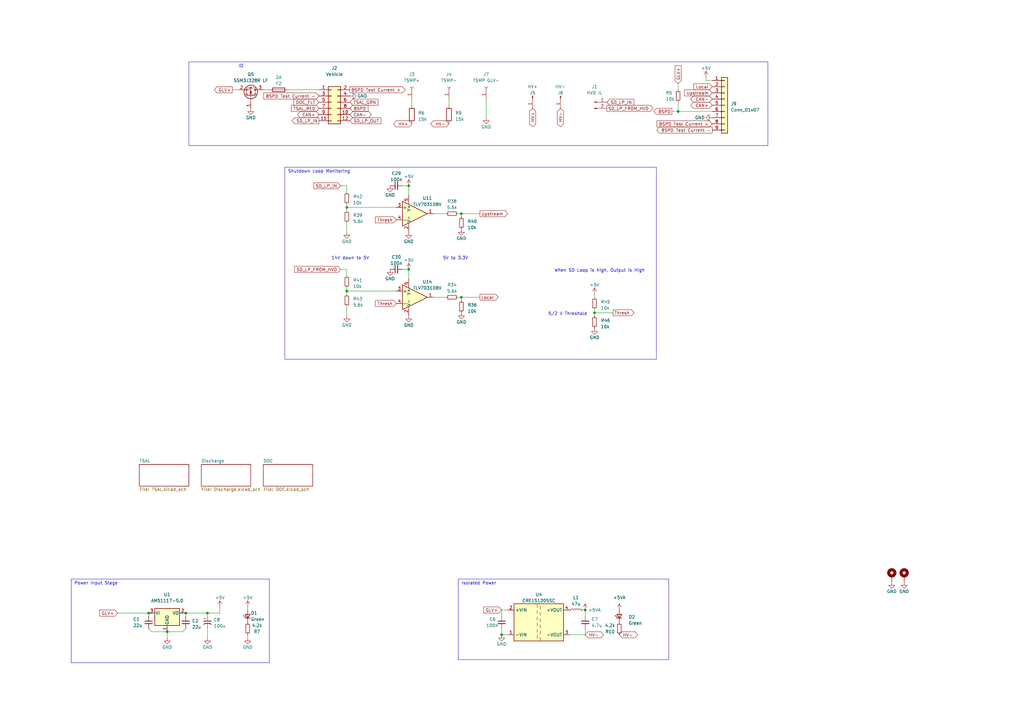
<source format=kicad_sch>
(kicad_sch (version 20230121) (generator eeschema)
  (paper "A3")
  (title_block (title "UCM23 Discharge & TSAL") (date "2023-06-26") (rev "V1.0") (company "Niko Smith"))
  (lib_symbols
    (symbol "Comparator:TLV7031DBV" (pin_names (offset 0.127))
      (property "Reference" "U" (at -1.27 6.35 0))
      (property "Value" "TLV7031DBV" (at -1.27 3.81 0))
      (symbol "TLV7031DBV_0_1"
        (polyline (pts (xy -5.08 5.08) (xy 5.08 0) (xy -5.08 -5.08) (xy -5.08 5.08)) (stroke (width 0.254)) (fill (type background)))
        (pin power_in line (at -2.54 -7.62 90) (length 3.81) (name "V-") (number "2"))
        (pin power_in line (at -2.54 7.62 270) (length 3.81) (name "V+") (number "5"))
      )
      (symbol "TLV7031DBV_1_1"
        (pin output line (at 7.62 0 180) (length 2.54) (name "~") (number "1"))
        (pin input line (at -7.62 2.54 0) (length 2.54) (name "+") (number "3"))
        (pin input line (at -7.62 -2.54 0) (length 2.54) (name "-") (number "4"))
      )
    )
    (symbol "Connector:Conn_01x01_Pin" (pin_names (offset 1.016) hide)
      (property "Reference" "J" (at 0 2.54 0))
      (property "Value" "Conn_01x01_Pin" (at 0 -2.54 0))
      (symbol "Conn_01x01_Pin_1_1"
        (polyline (pts (xy 1.27 0) (xy 0.8636 0)) (stroke (width 0.1524)))
        (rectangle (start 0.8636 0.127) (end 0 -0.127) (stroke (width 0.1524)) (fill (type outline)))
        (pin passive line (at 5.08 0 180) (length 3.81) (name "Pin_1") (number "1"))
      )
    )
    (symbol "Connector:Conn_01x01_Socket" (pin_names (offset 1.016) hide)
      (property "Reference" "J" (at 0 2.54 0))
      (property "Value" "Conn_01x01_Socket" (at 0 -2.54 0))
      (symbol "Conn_01x01_Socket_1_1"
        (polyline (pts (xy -1.27 0) (xy -0.508 0)) (stroke (width 0.1524)))
        (arc (start 0 0.508) (mid -0.5058 0) (end 0 -0.508) (stroke (width 0.1524)))
        (pin passive line (at -5.08 0 0) (length 3.81) (name "Pin_1") (number "1"))
      )
    )
    (symbol "Connector:Conn_01x02_Pin" (pin_names (offset 1.016) hide)
      (property "Reference" "J" (at 0 2.54 0))
      (property "Value" "Conn_01x02_Pin" (at 0 -5.08 0))
      (symbol "Conn_01x02_Pin_1_1"
        (polyline (pts (xy 1.27 -2.54) (xy 0.8636 -2.54)) (stroke (width 0.1524)))
        (polyline (pts (xy 1.27 0) (xy 0.8636 0)) (stroke (width 0.1524)))
        (rectangle (start 0.8636 -2.413) (end 0 -2.667) (stroke (width 0.1524)) (fill (type outline)))
        (rectangle (start 0.8636 0.127) (end 0 -0.127) (stroke (width 0.1524)) (fill (type outline)))
        (pin passive line (at 5.08 0 180) (length 3.81) (name "Pin_1") (number "1"))
        (pin passive line (at 5.08 -2.54 180) (length 3.81) (name "Pin_2") (number "2"))
      )
    )
    (symbol "Connector_Generic:Conn_01x09" (pin_names (offset 1.016) hide)
      (property "Reference" "J" (at 0 12.7 0))
      (property "Value" "Conn_01x09" (at 0 -12.7 0))
      (symbol "Conn_01x09_1_1"
        (rectangle (start -1.27 -10.033) (end 0 -10.287) (stroke (width 0.1524)))
        (rectangle (start -1.27 -7.493) (end 0 -7.747) (stroke (width 0.1524)))
        (rectangle (start -1.27 -4.953) (end 0 -5.207) (stroke (width 0.1524)))
        (rectangle (start -1.27 -2.413) (end 0 -2.667) (stroke (width 0.1524)))
        (rectangle (start -1.27 0.127) (end 0 -0.127) (stroke (width 0.1524)))
        (rectangle (start -1.27 2.667) (end 0 2.413) (stroke (width 0.1524)))
        (rectangle (start -1.27 5.207) (end 0 4.953) (stroke (width 0.1524)))
        (rectangle (start -1.27 7.747) (end 0 7.493) (stroke (width 0.1524)))
        (rectangle (start -1.27 10.287) (end 0 10.033) (stroke (width 0.1524)))
        (rectangle (start -1.27 11.43) (end 1.27 -11.43) (stroke (width 0.254)) (fill (type background)))
        (pin passive line (at -5.08 10.16 0) (length 3.81) (name "Pin_1") (number "1"))
        (pin passive line (at -5.08 7.62 0) (length 3.81) (name "Pin_2") (number "2"))
        (pin passive line (at -5.08 5.08 0) (length 3.81) (name "Pin_3") (number "3"))
        (pin passive line (at -5.08 2.54 0) (length 3.81) (name "Pin_4") (number "4"))
        (pin passive line (at -5.08 0 0) (length 3.81) (name "Pin_5") (number "5"))
        (pin passive line (at -5.08 -2.54 0) (length 3.81) (name "Pin_6") (number "6"))
        (pin passive line (at -5.08 -5.08 0) (length 3.81) (name "Pin_7") (number "7"))
        (pin passive line (at -5.08 -7.62 0) (length 3.81) (name "Pin_8") (number "8"))
        (pin passive line (at -5.08 -10.16 0) (length 3.81) (name "Pin_9") (number "9"))
      )
    )
    (symbol "Connector_Generic:Conn_02x06_Odd_Even" (pin_names (offset 1.016) hide)
      (property "Reference" "J" (at 1.27 7.62 0))
      (property "Value" "Conn_02x06_Odd_Even" (at 1.27 -10.16 0))
      (symbol "Conn_02x06_Odd_Even_1_1"
        (rectangle (start -1.27 -7.493) (end 0 -7.747) (stroke (width 0.1524)))
        (rectangle (start -1.27 -4.953) (end 0 -5.207) (stroke (width 0.1524)))
        (rectangle (start -1.27 -2.413) (end 0 -2.667) (stroke (width 0.1524)))
        (rectangle (start -1.27 0.127) (end 0 -0.127) (stroke (width 0.1524)))
        (rectangle (start -1.27 2.667) (end 0 2.413) (stroke (width 0.1524)))
        (rectangle (start -1.27 5.207) (end 0 4.953) (stroke (width 0.1524)))
        (rectangle (start -1.27 6.35) (end 3.81 -8.89) (stroke (width 0.254)) (fill (type background)))
        (rectangle (start 3.81 -7.493) (end 2.54 -7.747) (stroke (width 0.1524)))
        (rectangle (start 3.81 -4.953) (end 2.54 -5.207) (stroke (width 0.1524)))
        (rectangle (start 3.81 -2.413) (end 2.54 -2.667) (stroke (width 0.1524)))
        (rectangle (start 3.81 0.127) (end 2.54 -0.127) (stroke (width 0.1524)))
        (rectangle (start 3.81 2.667) (end 2.54 2.413) (stroke (width 0.1524)))
        (rectangle (start 3.81 5.207) (end 2.54 4.953) (stroke (width 0.1524)))
        (pin passive line (at -5.08 5.08 0) (length 3.81) (name "Pin_1") (number "1"))
        (pin passive line (at 7.62 -5.08 180) (length 3.81) (name "Pin_10") (number "10"))
        (pin passive line (at -5.08 -7.62 0) (length 3.81) (name "Pin_11") (number "11"))
        (pin passive line (at 7.62 -7.62 180) (length 3.81) (name "Pin_12") (number "12"))
        (pin passive line (at 7.62 5.08 180) (length 3.81) (name "Pin_2") (number "2"))
        (pin passive line (at -5.08 2.54 0) (length 3.81) (name "Pin_3") (number "3"))
        (pin passive line (at 7.62 2.54 180) (length 3.81) (name "Pin_4") (number "4"))
        (pin passive line (at -5.08 0 0) (length 3.81) (name "Pin_5") (number "5"))
        (pin passive line (at 7.62 0 180) (length 3.81) (name "Pin_6") (number "6"))
        (pin passive line (at -5.08 -2.54 0) (length 3.81) (name "Pin_7") (number "7"))
        (pin passive line (at 7.62 -2.54 180) (length 3.81) (name "Pin_8") (number "8"))
        (pin passive line (at -5.08 -5.08 0) (length 3.81) (name "Pin_9") (number "9"))
      )
    )
    (symbol "Device:C_Polarized_Small_US" (pin_numbers hide) (pin_names (offset 0.254) hide)
      (property "Reference" "C" (at 0.254 1.778 0))
      (property "Value" "C_Polarized_Small_US" (at 0.254 -2.032 0))
      (symbol "C_Polarized_Small_US_0_1"
        (polyline (pts (xy -1.524 0.508) (xy 1.524 0.508)) (stroke (width 0.3048)))
        (polyline (pts (xy -1.27 1.524) (xy -0.762 1.524)))
        (polyline (pts (xy -1.016 1.27) (xy -1.016 1.778)))
        (arc (start 1.524 -0.762) (mid 0 -0.3734) (end -1.524 -0.762) (stroke (width 0.3048)))
      )
      (symbol "C_Polarized_Small_US_1_1"
        (pin passive line (at 0 2.54 270) (length 2.032) (name "~") (number "1"))
        (pin passive line (at 0 -2.54 90) (length 2.032) (name "~") (number "2"))
      )
    )
    (symbol "Device:C_Small" (pin_numbers hide) (pin_names (offset 0.254) hide)
      (property "Reference" "C" (at 0.254 1.778 0))
      (property "Value" "C_Small" (at 0.254 -2.032 0))
      (symbol "C_Small_0_1"
        (polyline (pts (xy -1.524 -0.508) (xy 1.524 -0.508)) (stroke (width 0.3302)))
        (polyline (pts (xy -1.524 0.508) (xy 1.524 0.508)) (stroke (width 0.3048)))
      )
      (symbol "C_Small_1_1"
        (pin passive line (at 0 2.54 270) (length 2.032) (name "~") (number "1"))
        (pin passive line (at 0 -2.54 90) (length 2.032) (name "~") (number "2"))
      )
    )
    (symbol "Device:Fuse" (pin_numbers hide) (pin_names (offset 0))
      (property "Reference" "F" (at 2.032 0 90))
      (property "Value" "Fuse" (at -1.905 0 90))
      (symbol "Fuse_0_1"
        (rectangle (start -0.762 -2.54) (end 0.762 2.54) (stroke (width 0.254)))
        (polyline (pts (xy 0 2.54) (xy 0 -2.54)))
      )
      (symbol "Fuse_1_1"
        (pin passive line (at 0 3.81 270) (length 1.27) (name "~") (number "1"))
        (pin passive line (at 0 -3.81 90) (length 1.27) (name "~") (number "2"))
      )
    )
    (symbol "Device:LED_Small" (pin_numbers hide) (pin_names (offset 0.254) hide)
      (property "Reference" "D" (at -1.27 3.175 0))
      (property "Value" "LED_Small" (at -4.445 -2.54 0))
      (symbol "LED_Small_0_1"
        (polyline (pts (xy -0.762 -1.016) (xy -0.762 1.016)) (stroke (width 0.254)))
        (polyline (pts (xy 1.016 0) (xy -0.762 0)))
        (polyline (pts (xy 0.762 -1.016) (xy -0.762 0) (xy 0.762 1.016) (xy 0.762 -1.016)) (stroke (width 0.254)))
        (polyline (pts (xy 0 0.762) (xy -0.508 1.27) (xy -0.254 1.27) (xy -0.508 1.27) (xy -0.508 1.016)))
        (polyline (pts (xy 0.508 1.27) (xy 0 1.778) (xy 0.254 1.778) (xy 0 1.778) (xy 0 1.524)))
      )
      (symbol "LED_Small_1_1"
        (pin passive line (at -2.54 0 0) (length 1.778) (name "K") (number "1"))
        (pin passive line (at 2.54 0 180) (length 1.778) (name "A") (number "2"))
      )
    )
    (symbol "Device:L_Small" (pin_numbers hide) (pin_names (offset 0.254) hide)
      (property "Reference" "L" (at 0.762 1.016 0))
      (property "Value" "L_Small" (at 0.762 -1.016 0))
      (symbol "L_Small_0_1"
        (arc (start 0 -2.032) (mid 0.5058 -1.524) (end 0 -1.016))
        (arc (start 0 -1.016) (mid 0.5058 -0.508) (end 0 0))
        (arc (start 0 0) (mid 0.5058 0.508) (end 0 1.016))
        (arc (start 0 1.016) (mid 0.5058 1.524) (end 0 2.032))
      )
      (symbol "L_Small_1_1"
        (pin passive line (at 0 2.54 270) (length 0.508) (name "~") (number "1"))
        (pin passive line (at 0 -2.54 90) (length 0.508) (name "~") (number "2"))
      )
    )
    (symbol "Device:Q_PMOS_GSD" (pin_names (offset 0) hide)
      (property "Reference" "Q" (at 5.08 1.27 0))
      (property "Value" "Q_PMOS_GSD" (at 5.08 -1.27 0))
      (symbol "Q_PMOS_GSD_0_1"
        (polyline (pts (xy 0.254 0) (xy -2.54 0)))
        (polyline (pts (xy 0.254 1.905) (xy 0.254 -1.905)) (stroke (width 0.254)))
        (polyline (pts (xy 0.762 -1.27) (xy 0.762 -2.286)) (stroke (width 0.254)))
        (polyline (pts (xy 0.762 0.508) (xy 0.762 -0.508)) (stroke (width 0.254)))
        (polyline (pts (xy 0.762 2.286) (xy 0.762 1.27)) (stroke (width 0.254)))
        (polyline (pts (xy 2.54 2.54) (xy 2.54 1.778)))
        (polyline (pts (xy 2.54 -2.54) (xy 2.54 0) (xy 0.762 0)))
        (polyline (pts (xy 0.762 1.778) (xy 3.302 1.778) (xy 3.302 -1.778) (xy 0.762 -1.778)))
        (polyline (pts (xy 2.286 0) (xy 1.27 0.381) (xy 1.27 -0.381) (xy 2.286 0)) (fill (type outline)))
        (polyline (pts (xy 2.794 -0.508) (xy 2.921 -0.381) (xy 3.683 -0.381) (xy 3.81 -0.254)))
        (polyline (pts (xy 3.302 -0.381) (xy 2.921 0.254) (xy 3.683 0.254) (xy 3.302 -0.381)))
        (circle (center 1.651 0) (radius 2.794) (stroke (width 0.254)))
        (circle (center 2.54 -1.778) (radius 0.254) (fill (type outline)))
        (circle (center 2.54 1.778) (radius 0.254) (fill (type outline)))
      )
      (symbol "Q_PMOS_GSD_1_1"
        (pin input line (at -5.08 0 0) (length 2.54) (name "G") (number "1"))
        (pin passive line (at 2.54 -5.08 90) (length 2.54) (name "S") (number "2"))
        (pin passive line (at 2.54 5.08 270) (length 2.54) (name "D") (number "3"))
      )
    )
    (symbol "Device:R" (pin_numbers hide) (pin_names (offset 0))
      (property "Reference" "R" (at 2.032 0 90))
      (property "Value" "R" (at 0 0 90))
      (symbol "R_0_1"
        (rectangle (start -1.016 -2.54) (end 1.016 2.54) (stroke (width 0.254)))
      )
      (symbol "R_1_1"
        (pin passive line (at 0 3.81 270) (length 1.27) (name "~") (number "1"))
        (pin passive line (at 0 -3.81 90) (length 1.27) (name "~") (number "2"))
      )
    )
    (symbol "Device:R_Small" (pin_numbers hide) (pin_names (offset 0.254) hide)
      (property "Reference" "R" (at 0.762 0.508 0))
      (property "Value" "R_Small" (at 0.762 -1.016 0))
      (symbol "R_Small_0_1"
        (rectangle (start -0.762 1.778) (end 0.762 -1.778) (stroke (width 0.2032)))
      )
      (symbol "R_Small_1_1"
        (pin passive line (at 0 2.54 270) (length 0.762) (name "~") (number "1"))
        (pin passive line (at 0 -2.54 90) (length 0.762) (name "~") (number "2"))
      )
    )
    (symbol "Mechanical:MountingHole_Pad" (pin_numbers hide) (pin_names (offset 1.016) hide)
      (property "Reference" "H" (at 0 6.35 0))
      (property "Value" "MountingHole_Pad" (at 0 4.445 0))
      (symbol "MountingHole_Pad_0_1"
        (circle (center 0 1.27) (radius 1.27) (stroke (width 1.27)))
      )
      (symbol "MountingHole_Pad_1_1"
        (pin input line (at 0 -2.54 90) (length 2.54) (name "1") (number "1"))
      )
    )
    (symbol "Regulator_Linear:AMS1117-5.0" (pin_names (offset 0.254))
      (property "Reference" "U" (at -3.81 3.175 0))
      (property "Value" "AMS1117-5.0" (at 0 3.175 0))
      (symbol "AMS1117-5.0_0_1"
        (rectangle (start -5.08 -5.08) (end 5.08 1.905) (stroke (width 0.254)) (fill (type background)))
      )
      (symbol "AMS1117-5.0_1_1"
        (pin power_in line (at 0 -7.62 90) (length 2.54) (name "GND") (number "1"))
        (pin power_out line (at 7.62 0 180) (length 2.54) (name "VO") (number "2"))
        (pin power_in line (at -7.62 0 0) (length 2.54) (name "VI") (number "3"))
      )
    )
    (symbol "Regulator_Switching:CRE1S1205SC"
      (property "Reference" "U" (at -8.89 8.89 0))
      (property "Value" "CRE1S1205SC" (at 2.54 8.89 0))
      (symbol "CRE1S1205SC_0_1"
        (rectangle (start -10.16 7.62) (end 10.16 -7.62) (stroke (width 0.254)) (fill (type background)))
        (polyline (pts (xy -0.635 -5.334) (xy -0.635 -6.604)))
        (polyline (pts (xy -0.635 -2.794) (xy -0.635 -4.064)))
        (polyline (pts (xy -0.635 -0.254) (xy -0.635 -1.524)))
        (polyline (pts (xy -0.635 2.286) (xy -0.635 1.016)))
        (polyline (pts (xy -0.635 4.826) (xy -0.635 3.556)))
        (polyline (pts (xy -0.635 7.366) (xy -0.635 6.096)))
        (polyline (pts (xy 0.635 -7.366) (xy 0.635 -6.096)))
        (polyline (pts (xy 0.635 -4.826) (xy 0.635 -3.556)))
        (polyline (pts (xy 0.635 -2.286) (xy 0.635 -1.016)))
        (polyline (pts (xy 0.635 0.254) (xy 0.635 1.524)))
        (polyline (pts (xy 0.635 2.794) (xy 0.635 4.064)))
        (polyline (pts (xy 0.635 5.334) (xy 0.635 6.604)))
      )
      (symbol "CRE1S1205SC_1_1"
        (pin power_in line (at -12.7 -5.08 0) (length 2.54) (name "-VIN") (number "1"))
        (pin power_in line (at -12.7 5.08 0) (length 2.54) (name "+VIN") (number "2"))
        (pin power_out line (at 12.7 -5.08 180) (length 2.54) (name "-VOUT") (number "3"))
        (pin power_out line (at 12.7 5.08 180) (length 2.54) (name "+VOUT") (number "4"))
      )
    )
    (symbol "power:+5V" (power) (pin_names (offset 0))
      (property "Value" "+5V" (at 0 3.556 0))
      (symbol "+5V_0_1"
        (polyline (pts (xy -0.762 1.27) (xy 0 2.54)))
        (polyline (pts (xy 0 0) (xy 0 2.54)))
        (polyline (pts (xy 0 2.54) (xy 0.762 1.27)))
      )
      (symbol "+5V_1_1"
        (pin power_in line (at 0 0 90) (length 0) hide (name "+5V") (number "1"))
      )
    )
    (symbol "power:+5VA" (power) (pin_names (offset 0))
      (property "Value" "+5VA" (at 0 3.556 0))
      (symbol "+5VA_0_1"
        (polyline (pts (xy -0.762 1.27) (xy 0 2.54)))
        (polyline (pts (xy 0 0) (xy 0 2.54)))
        (polyline (pts (xy 0 2.54) (xy 0.762 1.27)))
      )
      (symbol "+5VA_1_1"
        (pin power_in line (at 0 0 90) (length 0) hide (name "+5VA") (number "1"))
      )
    )
    (symbol "power:GND" (power) (pin_names (offset 0))
      (property "Value" "GND" (at 0 -3.81 0))
      (symbol "GND_0_1"
        (polyline (pts (xy 0 0) (xy 0 -1.27) (xy 1.27 -1.27) (xy 0 -2.54) (xy -1.27 -1.27) (xy 0 -1.27)))
      )
      (symbol "GND_1_1"
        (pin power_in line (at 0 0 270) (length 0) hide (name "GND") (number "1"))
      )
    )
  )
  (junction (at 189.23 121.92))
  (junction (at 278.13 45.72))
  (junction (at 142.24 119.38))
  (junction (at 243.84 128.27))
  (junction (at 167.64 110.49))
  (junction (at 189.23 87.63))
  (junction (at 205.74 260.35))
  (junction (at 85.09 251.46))
  (junction (at 240.03 250.19))
  (junction (at 68.58 259.08))
  (junction (at 76.2 251.46))
  (junction (at 60.96 251.46))
  (junction (at 142.24 85.09))
  (junction (at 167.64 76.2))
  (wire (pts (xy 289.56 31.75) (xy 289.56 33.02)))
  (wire (pts (xy 142.24 85.09) (xy 142.24 86.36)))
  (polyline (pts (xy 29.21 237.49) (xy 110.49 237.49)))
  (wire (pts (xy 68.58 259.08) (xy 62.23 259.08)))
  (wire (pts (xy 278.13 45.72) (xy 292.1 45.72)))
  (wire (pts (xy 90.17 248.92) (xy 90.17 251.46)))
  (wire (pts (xy 101.6 260.35) (xy 101.6 261.62)))
  (wire (pts (xy 189.23 121.92) (xy 187.96 121.92)))
  (polyline (pts (xy 274.32 270.51) (xy 274.32 237.49)))
  (wire (pts (xy 142.24 85.09) (xy 142.24 83.82)))
  (polyline (pts (xy 187.96 237.49) (xy 187.96 270.51)))
  (wire (pts (xy 278.13 41.91) (xy 278.13 45.72)))
  (wire (pts (xy 243.84 128.27) (xy 251.46 128.27)))
  (wire (pts (xy 162.56 85.09) (xy 142.24 85.09)))
  (wire (pts (xy 205.74 250.19) (xy 205.74 252.73)))
  (wire (pts (xy 184.15 40.64) (xy 184.15 43.18)))
  (wire (pts (xy 142.24 119.38) (xy 142.24 118.11)))
  (wire (pts (xy 189.23 87.63) (xy 187.96 87.63)))
  (wire (pts (xy 189.23 87.63) (xy 189.23 88.9)))
  (wire (pts (xy 76.2 251.46) (xy 85.09 251.46)))
  (wire (pts (xy 243.84 121.92) (xy 243.84 120.65)))
  (wire (pts (xy 142.24 95.25) (xy 142.24 91.44)))
  (wire (pts (xy 76.2 252.73) (xy 76.2 251.46)))
  (wire (pts (xy 177.8 121.92) (xy 182.88 121.92)))
  (polyline (pts (xy 29.21 237.49) (xy 29.21 271.78)))
  (wire (pts (xy 142.24 119.38) (xy 142.24 120.65)))
  (wire (pts (xy 196.85 87.63) (xy 189.23 87.63)))
  (wire (pts (xy 101.6 248.92) (xy 101.6 250.19)))
  (wire (pts (xy 238.76 250.19) (xy 240.03 250.19)))
  (wire (pts (xy 142.24 129.54) (xy 142.24 125.73)))
  (wire (pts (xy 118.11 36.83) (xy 130.81 36.83)))
  (wire (pts (xy 292.1 33.02) (xy 289.56 33.02)))
  (wire (pts (xy 68.58 259.08) (xy 68.58 261.62)))
  (wire (pts (xy 76.2 257.81) (xy 74.93 259.08)))
  (wire (pts (xy 196.85 121.92) (xy 189.23 121.92)))
  (wire (pts (xy 233.68 260.35) (xy 240.03 260.35)))
  (wire (pts (xy 48.26 251.46) (xy 60.96 251.46)))
  (wire (pts (xy 208.28 250.19) (xy 205.74 250.19)))
  (wire (pts (xy 205.74 257.81) (xy 205.74 260.35)))
  (wire (pts (xy 167.64 76.2) (xy 167.64 80.01)))
  (wire (pts (xy 110.49 36.83) (xy 107.95 36.83)))
  (wire (pts (xy 278.13 34.29) (xy 278.13 36.83)))
  (wire (pts (xy 62.23 259.08) (xy 60.96 257.81)))
  (wire (pts (xy 177.8 87.63) (xy 182.88 87.63)))
  (polyline (pts (xy 110.49 271.78) (xy 29.21 271.78)))
  (wire (pts (xy 165.1 76.2) (xy 167.64 76.2)))
  (wire (pts (xy 85.09 257.81) (xy 85.09 261.62)))
  (wire (pts (xy 240.03 250.19) (xy 240.03 252.73)))
  (wire (pts (xy 189.23 121.92) (xy 189.23 123.19)))
  (polyline (pts (xy 110.49 237.49) (xy 110.49 271.78)))
  (wire (pts (xy 165.1 110.49) (xy 167.64 110.49)))
  (wire (pts (xy 142.24 110.49) (xy 139.7 110.49)))
  (wire (pts (xy 142.24 78.74) (xy 142.24 76.2)))
  (polyline (pts (xy 187.96 237.49) (xy 274.32 237.49)))
  (wire (pts (xy 85.09 251.46) (xy 90.17 251.46)))
  (wire (pts (xy 243.84 127) (xy 243.84 128.27)))
  (wire (pts (xy 85.09 251.46) (xy 85.09 252.73)))
  (wire (pts (xy 205.74 260.35) (xy 208.28 260.35)))
  (wire (pts (xy 142.24 113.03) (xy 142.24 110.49)))
  (wire (pts (xy 60.96 252.73) (xy 60.96 251.46)))
  (wire (pts (xy 275.59 45.72) (xy 278.13 45.72)))
  (wire (pts (xy 142.24 76.2) (xy 139.7 76.2)))
  (wire (pts (xy 199.39 40.64) (xy 199.39 48.26)))
  (wire (pts (xy 68.58 259.08) (xy 74.93 259.08)))
  (wire (pts (xy 240.03 257.81) (xy 240.03 260.35)))
  (wire (pts (xy 243.84 128.27) (xy 243.84 129.54)))
  (wire (pts (xy 168.91 40.64) (xy 168.91 43.18)))
  (wire (pts (xy 95.25 36.83) (xy 97.79 36.83)))
  (wire (pts (xy 162.56 119.38) (xy 142.24 119.38)))
  (polyline (pts (xy 187.96 270.51) (xy 274.32 270.51)))
  (wire (pts (xy 167.64 110.49) (xy 167.64 114.3)))
  (rectangle (start 116.84 68.58) (end 269.24 147.32))
  (rectangle (start 77.47 25.4) (end 314.96 59.69))
  (text "Isolated Power" (at 189.23 240.03 0) (effects (font (size 1.27 1.27)) (justify left bottom)))
  (text "5/2 V Threshold" (at 224.79 129.54 0) (effects (font (size 1.27 1.27)) (justify left bottom)))
  (text "Shutdown Loop Monitoring" (at 118.11 71.12 0) (effects (font (size 1.27 1.27)) (justify left bottom)))
  (text "14V down to 5V" (at 135.89 106.68 0) (effects (font (size 1.27 1.27)) (justify left bottom)))
  (text "5V to 3.3V" (at 181.61 106.68 0) (effects (font (size 1.27 1.27)) (justify left bottom)))
  (text "When SD Loop is high, Output is High" (at 227.33 111.76 0) (effects (font (size 1.27 1.27)) (justify left bottom)))
  (text "IO" (at 97.79 27.94 0) (effects (font (size 1.27 1.27)) (justify left bottom)))
  (text "Power Input Stage" (at 30.48 240.03 0) (effects (font (size 1.27 1.27)) (justify left bottom)))
  (global_label "Thresh" (shape input) (at 162.56 124.46 180) (property "Intersheetrefs" "${INTERSHEET_REFS}" (effects hide)))
  (global_label "Thresh" (shape input) (at 162.56 90.17 180) (property "Intersheetrefs" "${INTERSHEET_REFS}" (effects hide)))
  (global_label "Upstream" (shape output) (at 196.85 87.63 0) (property "Intersheetrefs" "${INTERSHEET_REFS}" (effects hide)))
  (global_label "HV-" (shape bidirectional) (at 229.87 44.45 270) (property "Intersheetrefs" "${INTERSHEET_REFS}" (effects hide)))
  (global_label "HV-" (shape bidirectional) (at 184.15 50.8 180) (property "Intersheetrefs" "${INTERSHEET_REFS}" (effects hide)))
  (global_label "BSPD Test Current -" (shape output) (at 292.1 53.34 180) (property "Intersheetrefs" "${INTERSHEET_REFS}" (effects hide)))
  (global_label "DOC_FLT" (shape input) (at 130.81 41.91 180) (property "Intersheetrefs" "${INTERSHEET_REFS}" (effects hide)))
  (global_label "SD_LP_FROM_HVD" (shape input) (at 139.7 110.49 180) (property "Intersheetrefs" "${INTERSHEET_REFS}" (effects hide)))
  (global_label "SD_LP_IN" (shape output) (at 130.81 49.53 180) (property "Intersheetrefs" "${INTERSHEET_REFS}" (effects hide)))
  (global_label "HV+" (shape bidirectional) (at 168.91 50.8 180) (property "Intersheetrefs" "${INTERSHEET_REFS}" (effects hide)))
  (global_label "TSAL_RED" (shape input) (at 130.81 44.45 180) (property "Intersheetrefs" "${INTERSHEET_REFS}" (effects hide)))
  (global_label "HV-" (shape bidirectional) (at 240.03 260.35 0) (property "Intersheetrefs" "${INTERSHEET_REFS}" (effects hide)))
  (global_label "GLV+" (shape output) (at 95.25 36.83 180) (property "Intersheetrefs" "${INTERSHEET_REFS}" (effects hide)))
  (global_label "Thresh" (shape output) (at 251.46 128.27 0) (property "Intersheetrefs" "${INTERSHEET_REFS}" (effects hide)))
  (global_label "GLV+" (shape input) (at 278.13 34.29 90) (property "Intersheetrefs" "${INTERSHEET_REFS}" (effects hide)))
  (global_label "Local" (shape input) (at 292.1 35.56 180) (property "Intersheetrefs" "${INTERSHEET_REFS}" (effects hide)))
  (global_label "BSPD" (shape output) (at 275.59 45.72 180) (property "Intersheetrefs" "${INTERSHEET_REFS}" (effects hide)))
  (global_label "GLV+" (shape input) (at 205.74 250.19 180) (property "Intersheetrefs" "${INTERSHEET_REFS}" (effects hide)))
  (global_label "SD_LP_IN" (shape input) (at 248.92 41.91 0) (property "Intersheetrefs" "${INTERSHEET_REFS}" (effects hide)))
  (global_label "HV-" (shape bidirectional) (at 254 260.35 0) (property "Intersheetrefs" "${INTERSHEET_REFS}" (effects hide)))
  (global_label "BSPD Test Current +" (shape input) (at 292.1 50.8 180) (property "Intersheetrefs" "${INTERSHEET_REFS}" (effects hide)))
  (global_label "CAN+" (shape bidirectional) (at 130.81 46.99 180) (property "Intersheetrefs" "${INTERSHEET_REFS}" (effects hide)))
  (global_label "GLV+" (shape input) (at 48.26 251.46 180) (property "Intersheetrefs" "${INTERSHEET_REFS}" (effects hide)))
  (global_label "BSPD Test Current +" (shape output) (at 143.51 36.83 0) (property "Intersheetrefs" "${INTERSHEET_REFS}" (effects hide)))
  (global_label "TSAL_GRN" (shape input) (at 143.51 41.91 0) (property "Intersheetrefs" "${INTERSHEET_REFS}" (effects hide)))
  (global_label "CAN+" (shape bidirectional) (at 292.1 43.18 180) (property "Intersheetrefs" "${INTERSHEET_REFS}" (effects hide)))
  (global_label "SD_LP_FROM_HVD" (shape output) (at 248.92 44.45 0) (property "Intersheetrefs" "${INTERSHEET_REFS}" (effects hide)))
  (global_label "BSPD Test Current -" (shape input) (at 130.81 39.37 180) (property "Intersheetrefs" "${INTERSHEET_REFS}" (effects hide)))
  (global_label "HV+" (shape bidirectional) (at 218.44 44.45 270) (property "Intersheetrefs" "${INTERSHEET_REFS}" (effects hide)))
  (global_label "SD_LP_IN" (shape input) (at 139.7 76.2 180) (property "Intersheetrefs" "${INTERSHEET_REFS}" (effects hide)))
  (global_label "Upstream" (shape input) (at 292.1 38.1 180) (property "Intersheetrefs" "${INTERSHEET_REFS}" (effects hide)))
  (global_label "BSPD" (shape input) (at 143.51 44.45 0) (property "Intersheetrefs" "${INTERSHEET_REFS}" (effects hide)))
  (global_label "SD_LP_OUT" (shape input) (at 143.51 49.53 0) (property "Intersheetrefs" "${INTERSHEET_REFS}" (effects hide)))
  (global_label "CAN-" (shape bidirectional) (at 143.51 46.99 0) (property "Intersheetrefs" "${INTERSHEET_REFS}" (effects hide)))
  (global_label "Local" (shape output) (at 196.85 121.92 0) (property "Intersheetrefs" "${INTERSHEET_REFS}" (effects hide)))
  (global_label "CAN-" (shape bidirectional) (at 292.1 40.64 180) (property "Intersheetrefs" "${INTERSHEET_REFS}" (effects hide)))
  (symbol (lib_id "Connector:Conn_01x01_Socket") (at 168.91 35.56 90) (unit 1)
    (property "Reference" "J3" (at 168.91 30.48 90))
    (property "Value" "TSMP+" (at 168.91 33.02 90))
    (property "Footprint" "Connector:Banana_Cliff_FCR7350x_S16N-PC_Horizontal" (effects hide))
  )
  (symbol (lib_id "power:+5V") (at 101.6 248.92 0) (unit 1)
    (property "Reference" "#PWR07" (effects hide))
    (property "Value" "+5V" (at 101.6 245.11 0))
  )
  (symbol (lib_id "Device:C_Polarized_Small_US") (at 85.09 255.27 0) (unit 1)
    (property "Reference" "C8" (at 87.63 254.2032 0) (effects (justify left)))
    (property "Value" "100u" (at 87.63 256.7432 0) (effects (justify left)))
    (property "Footprint" "Capacitor_SMD:CP_Elec_6.3x5.4" (effects hide))
  )
  (symbol (lib_id "power:GND") (at 142.24 95.25 0) (unit 1)
    (property "Reference" "#PWR064" (effects hide))
    (property "Value" "GND" (at 142.24 99.06 0))
  )
  (symbol (lib_id "power:GND") (at 102.87 44.45 0) (mirror y) (unit 1)
    (property "Reference" "#PWR083" (effects hide))
    (property "Value" "GND" (at 102.87 48.26 0))
  )
  (symbol (lib_id "power:GND") (at 142.24 129.54 0) (unit 1)
    (property "Reference" "#PWR069" (effects hide))
    (property "Value" "GND" (at 142.24 133.35 0))
  )
  (symbol (lib_id "Device:R_Small") (at 142.24 88.9 0) (unit 1)
    (property "Reference" "R39" (at 144.78 88.265 0) (effects (justify left)))
    (property "Value" "5.6k" (at 144.78 90.805 0) (effects (justify left)))
    (property "Footprint" "Resistor_SMD:R_0603_1608Metric" (effects hide))
  )
  (symbol (lib_id "Device:R") (at 168.91 46.99 180) (unit 1)
    (property "Reference" "R6" (at 171.45 46.355 0) (effects (justify right)))
    (property "Value" "15k" (at 171.45 48.895 0) (effects (justify right)))
    (property "Footprint" "Resistor_SMD:R_2512_6332Metric_Pad1.40x3.35mm_HandSolder" (effects hide))
  )
  (symbol (lib_id "Comparator:TLV7031DBV") (at 170.18 87.63 0) (unit 1)
    (property "Reference" "U11" (at 175.26 81.28 0))
    (property "Value" "TLV7031DBV" (at 175.26 83.82 0))
    (property "Footprint" "Package_TO_SOT_SMD:SOT-23-5" (effects hide))
    (property "Datasheet" "https://www.ti.com/lit/ds/symlink/tlv7031.pdf" (effects hide))
  )
  (symbol (lib_id "Connector:Conn_01x02_Pin") (at 243.84 41.91 0) (unit 1)
    (property "Reference" "J1" (at 243.84 35.56 0))
    (property "Value" "HVD IL" (at 243.84 38.1 0))
    (property "Footprint" "Connector_AMASS:AMASS_XT30U-F_1x02_P5.0mm_Vertical" (effects hide))
  )
  (symbol (lib_id "power:+5VA") (at 254 250.19 0) (unit 1)
    (property "Reference" "#PWR014" (effects hide))
    (property "Value" "+5VA" (at 254 245.11 0))
  )
  (symbol (lib_id "Device:R_Small") (at 189.23 91.44 0) (unit 1)
    (property "Reference" "R40" (at 191.77 90.805 0) (effects (justify left)))
    (property "Value" "10k" (at 191.77 93.345 0) (effects (justify left)))
    (property "Footprint" "Resistor_SMD:R_0603_1608Metric" (effects hide))
  )
  (symbol (lib_id "Device:LED_Small") (at 254 252.73 90) (unit 1)
    (property "Reference" "D2" (at 257.81 253.0474 90) (effects (justify right)))
    (property "Value" "Green" (at 257.81 255.5874 90) (effects (justify right)))
    (property "Footprint" "LED_SMD:LED_0603_1608Metric" (effects hide))
  )
  (symbol (lib_id "Device:C_Small") (at 162.56 76.2 90) (unit 1)
    (property "Reference" "C29" (at 162.5663 71.12 90))
    (property "Value" "100n" (at 162.5663 73.66 90))
    (property "Footprint" "Capacitor_SMD:C_0603_1608Metric" (effects hide))
  )
  (symbol (lib_id "Device:R_Small") (at 243.84 132.08 0) (unit 1)
    (property "Reference" "R46" (at 246.38 131.445 0) (effects (justify left)))
    (property "Value" "10k" (at 246.38 133.985 0) (effects (justify left)))
    (property "Footprint" "Resistor_SMD:R_0603_1608Metric" (effects hide))
  )
  (symbol (lib_id "Connector_Generic:Conn_01x09") (at 297.18 43.18 0) (unit 1)
    (property "Reference" "J9" (at 299.72 42.545 0) (effects (justify left)))
    (property "Value" "Conn_01x07" (at 299.72 45.085 0) (effects (justify left)))
    (property "Footprint" "Connector_PinHeader_2.54mm:PinHeader_1x09_P2.54mm_Horizontal" (effects hide))
  )
  (symbol (lib_id "Device:Fuse") (at 114.3 36.83 270) (mirror x) (unit 1)
    (property "Reference" "F2" (at 114.3 34.29 90))
    (property "Value" "2A" (at 114.3 31.75 90))
    (property "Footprint" "Fuse:Fuse_1206_3216Metric" (effects hide))
  )
  (symbol (lib_id "Device:R_Small") (at 185.42 87.63 90) (unit 1)
    (property "Reference" "R38" (at 185.42 82.55 90))
    (property "Value" "5.6k" (at 185.42 85.09 90))
    (property "Footprint" "Resistor_SMD:R_0603_1608Metric" (effects hide))
  )
  (symbol (lib_id "Device:C_Small") (at 60.96 255.27 0) (unit 1)
    (property "Reference" "C1" (at 54.61 254 0) (effects (justify left)))
    (property "Value" "22u" (at 54.61 256.54 0) (effects (justify left)))
    (property "Footprint" "Capacitor_SMD:C_0603_1608Metric" (effects hide))
  )
  (symbol (lib_id "power:+5V") (at 167.64 76.2 0) (unit 1)
    (property "Reference" "#PWR06" (effects hide))
    (property "Value" "+5V" (at 167.64 72.39 0))
  )
  (symbol (lib_id "Device:C_Small") (at 240.03 255.27 0) (unit 1)
    (property "Reference" "C7" (at 242.57 254 0) (effects (justify left)))
    (property "Value" "4.7u" (at 242.57 256.54 0) (effects (justify left)))
    (property "Footprint" "Capacitor_SMD:C_0603_1608Metric" (effects hide))
  )
  (symbol (lib_id "power:GND") (at 189.23 128.27 0) (unit 1)
    (property "Reference" "#PWR058" (effects hide))
    (property "Value" "GND" (at 189.23 132.08 0))
  )
  (symbol (lib_id "Device:R_Small") (at 142.24 115.57 0) (unit 1)
    (property "Reference" "R41" (at 144.78 114.935 0) (effects (justify left)))
    (property "Value" "10k" (at 144.78 117.475 0) (effects (justify left)))
    (property "Footprint" "Resistor_SMD:R_0603_1608Metric" (effects hide))
  )
  (symbol (lib_id "power:GND") (at 167.64 129.54 0) (unit 1)
    (property "Reference" "#PWR072" (effects hide))
    (property "Value" "GND" (at 167.64 133.35 0))
  )
  (symbol (lib_id "power:GND") (at 365.76 238.76 0) (unit 1)
    (property "Reference" "#PWR010" (effects hide))
    (property "Value" "GND" (at 365.76 242.57 0))
  )
  (symbol (lib_id "Regulator_Switching:CRE1S1205SC") (at 220.98 255.27 0) (unit 1)
    (property "Reference" "U4" (at 220.98 243.84 0))
    (property "Value" "CRE1S1205SC" (at 220.98 246.38 0))
    (property "Footprint" "Converter_DCDC:Converter_DCDC_Murata_CRE1xxxxxxSC_THT" (effects hide))
    (property "Datasheet" "http://power.murata.com/datasheet?/data/power/ncl/kdc_cre1.pdf" (effects hide))
  )
  (symbol (lib_id "Device:R_Small") (at 142.24 81.28 0) (unit 1)
    (property "Reference" "R42" (at 144.78 80.645 0) (effects (justify left)))
    (property "Value" "10k" (at 144.78 83.185 0) (effects (justify left)))
    (property "Footprint" "Resistor_SMD:R_0603_1608Metric" (effects hide))
  )
  (symbol (lib_id "power:GND") (at 243.84 134.62 0) (unit 1)
    (property "Reference" "#PWR074" (effects hide))
    (property "Value" "GND" (at 243.84 138.43 0))
  )
  (symbol (lib_id "power:+5VA") (at 240.03 250.19 0) (unit 1)
    (property "Reference" "#PWR012" (effects hide))
    (property "Value" "+5VA" (at 243.84 250.19 0))
  )
  (symbol (lib_id "Connector:Conn_01x01_Socket") (at 184.15 35.56 90) (unit 1)
    (property "Reference" "J4" (at 184.15 30.48 90))
    (property "Value" "TSMP-" (at 184.15 33.02 90))
    (property "Footprint" "Connector:Banana_Cliff_FCR7350x_S16N-PC_Horizontal" (effects hide))
  )
  (symbol (lib_id "power:+5V") (at 167.64 110.49 0) (unit 1)
    (property "Reference" "#PWR05" (effects hide))
    (property "Value" "+5V" (at 167.64 106.68 0))
  )
  (symbol (lib_id "Connector:Conn_01x01_Pin") (at 218.44 39.37 270) (unit 1)
    (property "Reference" "J5" (at 218.44 38.1 90))
    (property "Value" "HV+" (at 218.44 35.56 90))
    (property "Footprint" "TestPoint:TestPoint_Pad_4.0x4.0mm" (effects hide))
  )
  (symbol (lib_id "Device:Q_PMOS_GSD") (at 102.87 39.37 270) (mirror x) (unit 1)
    (property "Reference" "Q5" (at 102.87 30.48 90))
    (property "Value" "SSM3J328R LF" (at 102.87 33.02 90))
    (property "Footprint" "Package_TO_SOT_SMD:SOT-23" (effects hide))
  )
  (symbol (lib_id "Device:R_Small") (at 254 257.81 180) (unit 1)
    (property "Reference" "R10" (at 250.19 259.08 0))
    (property "Value" "4.2k" (at 250.19 256.54 0))
    (property "Footprint" "Resistor_SMD:R_0603_1608Metric" (effects hide))
  )
  (symbol (lib_id "Connector_Generic:Conn_02x06_Odd_Even") (at 135.89 41.91 0) (unit 1)
    (property "Reference" "J2" (at 137.16 27.94 0))
    (property "Value" "Vehicle" (at 137.16 30.48 0))
    (property "Footprint" "DTM_Header:TE_DTM13-12PA" (effects hide))
  )
  (symbol (lib_id "Device:R_Small") (at 243.84 124.46 0) (unit 1)
    (property "Reference" "R45" (at 246.38 123.825 0) (effects (justify left)))
    (property "Value" "10k" (at 246.38 126.365 0) (effects (justify left)))
    (property "Footprint" "Resistor_SMD:R_0603_1608Metric" (effects hide))
  )
  (symbol (lib_id "power:+5V") (at 90.17 248.92 0) (unit 1)
    (property "Reference" "#PWR03" (effects hide))
    (property "Value" "+5V" (at 90.17 245.11 0))
  )
  (symbol (lib_id "Device:L_Small") (at 236.22 250.19 90) (unit 1)
    (property "Reference" "L1" (at 236.22 245.11 90))
    (property "Value" "47u" (at 236.22 247.65 90))
    (property "Footprint" "Inductor_SMD:L_1210_3225Metric_Pad1.42x2.65mm_HandSolder" (effects hide))
  )
  (symbol (lib_id "power:GND") (at 205.74 260.35 0) (unit 1)
    (property "Reference" "#PWR09" (effects hide))
    (property "Value" "GND" (at 205.74 264.16 0))
  )
  (symbol (lib_id "Device:R") (at 184.15 46.99 180) (unit 1)
    (property "Reference" "R9" (at 186.69 46.355 0) (effects (justify right)))
    (property "Value" "15k" (at 186.69 48.895 0) (effects (justify right)))
    (property "Footprint" "Resistor_SMD:R_2512_6332Metric_Pad1.40x3.35mm_HandSolder" (effects hide))
  )
  (symbol (lib_id "Device:LED_Small") (at 101.6 252.73 90) (unit 1)
    (property "Reference" "D1" (at 102.87 251.46 90) (effects (justify right)))
    (property "Value" "Green" (at 102.87 254 90) (effects (justify right)))
    (property "Footprint" "LED_SMD:LED_0603_1608Metric" (effects hide))
  )
  (symbol (lib_id "power:+5V") (at 289.56 31.75 0) (unit 1)
    (property "Reference" "#PWR044" (effects hide))
    (property "Value" "+5V" (at 289.56 27.94 0))
  )
  (symbol (lib_id "Device:R_Small") (at 189.23 125.73 0) (unit 1)
    (property "Reference" "R36" (at 191.77 125.095 0) (effects (justify left)))
    (property "Value" "10k" (at 191.77 127.635 0) (effects (justify left)))
    (property "Footprint" "Resistor_SMD:R_0603_1608Metric" (effects hide))
  )
  (symbol (lib_id "Device:R_Small") (at 101.6 257.81 180) (unit 1)
    (property "Reference" "R7" (at 105.41 259.08 0))
    (property "Value" "4.2k" (at 105.41 256.54 0))
    (property "Footprint" "Resistor_SMD:R_0603_1608Metric" (effects hide))
  )
  (symbol (lib_id "Device:C_Small") (at 162.56 110.49 90) (unit 1)
    (property "Reference" "C30" (at 162.5663 105.41 90))
    (property "Value" "100n" (at 162.5663 107.95 90))
    (property "Footprint" "Capacitor_SMD:C_0603_1608Metric" (effects hide))
  )
  (symbol (lib_id "power:GND") (at 370.84 238.76 0) (unit 1)
    (property "Reference" "#PWR011" (effects hide))
    (property "Value" "GND" (at 370.84 242.57 0))
  )
  (symbol (lib_id "power:GND") (at 143.51 39.37 90) (unit 1)
    (property "Reference" "#PWR01" (effects hide))
    (property "Value" "GND" (at 148.59 39.37 90))
  )
  (symbol (lib_id "Device:R_Small") (at 142.24 123.19 0) (unit 1)
    (property "Reference" "R43" (at 144.78 122.555 0) (effects (justify left)))
    (property "Value" "5.6k" (at 144.78 125.095 0) (effects (justify left)))
    (property "Footprint" "Resistor_SMD:R_0603_1608Metric" (effects hide))
  )
  (symbol (lib_id "Regulator_Linear:AMS1117-5.0") (at 68.58 251.46 0) (unit 1)
    (property "Reference" "U1" (at 68.58 243.84 0))
    (property "Value" "AMS1117-5.0" (at 68.58 246.38 0))
    (property "Footprint" "Package_TO_SOT_SMD:SOT-223-3_TabPin2" (effects hide))
    (property "Datasheet" "http://www.advanced-monolithic.com/pdf/ds1117.pdf" (effects hide))
  )
  (symbol (lib_id "power:GND") (at 160.02 110.49 0) (unit 1)
    (property "Reference" "#PWR070" (effects hide))
    (property "Value" "GND" (at 160.02 114.3 0))
  )
  (symbol (lib_id "Comparator:TLV7031DBV") (at 170.18 121.92 0) (unit 1)
    (property "Reference" "U14" (at 175.26 115.57 0))
    (property "Value" "TLV7031DBV" (at 175.26 118.11 0))
    (property "Footprint" "Package_TO_SOT_SMD:SOT-23-5" (effects hide))
    (property "Datasheet" "https://www.ti.com/lit/ds/symlink/tlv7031.pdf" (effects hide))
  )
  (symbol (lib_id "Mechanical:MountingHole_Pad") (at 370.84 236.22 0) (unit 1)
    (property "Reference" "H3" (effects hide))
    (property "Value" "MountingHole_Pad" (effects hide))
    (property "Footprint" "MountingHole:MountingHole_3.2mm_M3_Pad_Via" (effects hide))
  )
  (symbol (lib_id "power:GND") (at 68.58 261.62 0) (unit 1)
    (property "Reference" "#PWR02" (effects hide))
    (property "Value" "GND" (at 68.58 265.43 0))
  )
  (symbol (lib_id "power:GND") (at 167.64 95.25 0) (unit 1)
    (property "Reference" "#PWR067" (effects hide))
    (property "Value" "GND" (at 167.64 99.06 0))
  )
  (symbol (lib_id "power:GND") (at 199.39 48.26 0) (mirror y) (unit 1)
    (property "Reference" "#PWR016" (effects hide))
    (property "Value" "GND" (at 199.39 52.07 0))
  )
  (symbol (lib_id "Mechanical:MountingHole_Pad") (at 365.76 236.22 0) (unit 1)
    (property "Reference" "H4" (effects hide))
    (property "Value" "MountingHole_Pad" (effects hide))
    (property "Footprint" "MountingHole:MountingHole_3.2mm_M3_Pad_Via" (effects hide))
  )
  (symbol (lib_id "power:GND") (at 189.23 93.98 0) (unit 1)
    (property "Reference" "#PWR062" (effects hide))
    (property "Value" "GND" (at 189.23 97.79 0))
  )
  (symbol (lib_id "Connector:Conn_01x01_Pin") (at 229.87 39.37 270) (unit 1)
    (property "Reference" "J6" (at 229.87 38.1 90))
    (property "Value" "HV-" (at 229.87 35.56 90))
    (property "Footprint" "TestPoint:TestPoint_Pad_4.0x4.0mm" (effects hide))
  )
  (symbol (lib_id "Device:R_Small") (at 185.42 121.92 90) (unit 1)
    (property "Reference" "R34" (at 185.42 116.84 90))
    (property "Value" "5.6k" (at 185.42 119.38 90))
    (property "Footprint" "Resistor_SMD:R_0603_1608Metric" (effects hide))
  )
  (symbol (lib_id "power:GND") (at 85.09 261.62 0) (unit 1)
    (property "Reference" "#PWR018" (effects hide))
    (property "Value" "GND" (at 85.09 265.43 0))
  )
  (symbol (lib_id "power:+5V") (at 243.84 120.65 0) (unit 1)
    (property "Reference" "#PWR017" (effects hide))
    (property "Value" "+5V" (at 243.84 116.84 0))
  )
  (symbol (lib_id "power:GND") (at 292.1 48.26 270) (unit 1)
    (property "Reference" "#PWR060" (effects hide))
    (property "Value" "GND" (at 287.02 48.26 90))
  )
  (symbol (lib_id "Connector:Conn_01x01_Socket") (at 199.39 35.56 90) (unit 1)
    (property "Reference" "J7" (at 199.39 30.48 90))
    (property "Value" "TSMP GLV-" (at 199.39 33.02 90))
    (property "Footprint" "Connector:Banana_Cliff_FCR7350x_S16N-PC_Horizontal" (effects hide))
  )
  (symbol (lib_id "Device:C_Small") (at 205.74 255.27 0) (unit 1)
    (property "Reference" "C6" (at 200.66 254 0) (effects (justify left)))
    (property "Value" "100n" (at 199.39 256.54 0) (effects (justify left)))
    (property "Footprint" "Capacitor_SMD:C_0603_1608Metric" (effects hide))
  )
  (symbol (lib_id "Device:C_Small") (at 76.2 255.27 0) (unit 1)
    (property "Reference" "C2" (at 78.74 254.6413 0) (effects (justify left)))
    (property "Value" "22u" (at 78.74 257.1813 0) (effects (justify left)))
    (property "Footprint" "Capacitor_SMD:C_0603_1608Metric" (effects hide))
  )
  (symbol (lib_id "power:GND") (at 101.6 261.62 0) (unit 1)
    (property "Reference" "#PWR08" (effects hide))
    (property "Value" "GND" (at 101.6 265.43 0))
  )
  (symbol (lib_id "Device:R_Small") (at 278.13 39.37 180) (unit 1)
    (property "Reference" "R5" (at 273.05 38.1 0) (effects (justify right)))
    (property "Value" "10k" (at 273.05 40.64 0) (effects (justify right)))
    (property "Footprint" "Resistor_SMD:R_0603_1608Metric" (effects hide))
  )
  (symbol (lib_id "power:GND") (at 160.02 76.2 0) (unit 1)
    (property "Reference" "#PWR065" (effects hide))
    (property "Value" "GND" (at 160.02 80.01 0))
  )
  (sheet (at 57.15 190.5) (size 20.32 8.89) (stroke (width 0.1524))
    (property "Sheetname" "TSAL" (at 57.15 189.7884 0) (effects (justify left bottom)))
    (property "Sheetfile" "TSAL.kicad_sch" (at 57.15 199.9746 0) (effects (justify left top)))
  )
  (sheet (at 82.55 190.5) (size 20.32 8.89) (stroke (width 0.1524))
    (property "Sheetname" "Discharge" (at 82.55 189.7884 0) (effects (justify left bottom)))
    (property "Sheetfile" "Discharge.kicad_sch" (at 82.55 199.9746 0) (effects (justify left top)))
  )
  (sheet (at 107.95 190.5) (size 20.32 8.89) (stroke (width 0.1524))
    (property "Sheetname" "DOC" (at 107.95 189.7884 0) (effects (justify left bottom)))
    (property "Sheetfile" "DOC.kicad_sch" (at 107.95 199.9746 0) (effects (justify left top)))
  )
)
</source>
